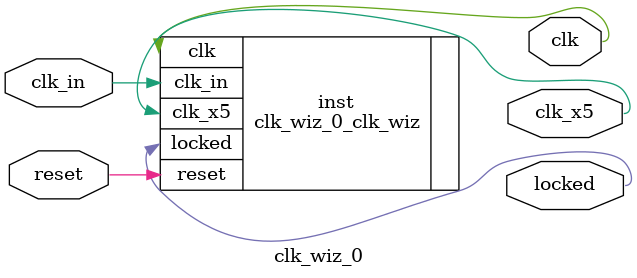
<source format=v>


`timescale 1ps/1ps

(* CORE_GENERATION_INFO = "clk_wiz_0,clk_wiz_v6_0_2_0_0,{component_name=clk_wiz_0,use_phase_alignment=true,use_min_o_jitter=false,use_max_i_jitter=false,use_dyn_phase_shift=false,use_inclk_switchover=false,use_dyn_reconfig=false,enable_axi=0,feedback_source=FDBK_AUTO,PRIMITIVE=MMCM,num_out_clk=2,clkin1_period=10.000,clkin2_period=10.000,use_power_down=false,use_reset=true,use_locked=true,use_inclk_stopped=false,feedback_type=SINGLE,CLOCK_MGR_TYPE=NA,manual_override=false}" *)

module clk_wiz_0 
 (
  // Clock out ports
  output        clk,
  output        clk_x5,
  // Status and control signals
  input         reset,
  output        locked,
 // Clock in ports
  input         clk_in
 );

  clk_wiz_0_clk_wiz inst
  (
  // Clock out ports  
  .clk(clk),
  .clk_x5(clk_x5),
  // Status and control signals               
  .reset(reset), 
  .locked(locked),
 // Clock in ports
  .clk_in(clk_in)
  );

endmodule

</source>
